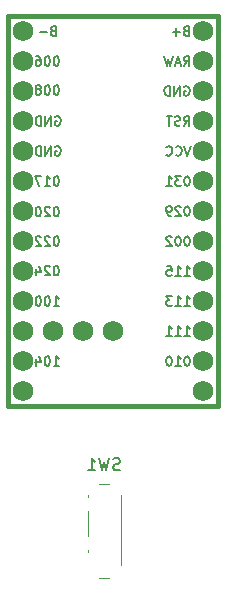
<source format=gbr>
%TF.GenerationSoftware,KiCad,Pcbnew,(6.0.4)*%
%TF.CreationDate,2022-05-05T20:27:36+02:00*%
%TF.ProjectId,Diom-34SP_PCB,44696f6d-2d33-4345-9350-5f5043422e6b,rev?*%
%TF.SameCoordinates,Original*%
%TF.FileFunction,Legend,Bot*%
%TF.FilePolarity,Positive*%
%FSLAX46Y46*%
G04 Gerber Fmt 4.6, Leading zero omitted, Abs format (unit mm)*
G04 Created by KiCad (PCBNEW (6.0.4)) date 2022-05-05 20:27:36*
%MOMM*%
%LPD*%
G01*
G04 APERTURE LIST*
%ADD10C,0.150000*%
%ADD11C,0.381000*%
%ADD12C,0.120000*%
%ADD13C,1.752600*%
G04 APERTURE END LIST*
D10*
%TO.C,U1*%
X193318355Y-69817404D02*
X193775498Y-69817404D01*
X193546926Y-69817404D02*
X193546926Y-69017404D01*
X193623117Y-69131690D01*
X193699307Y-69207880D01*
X193775498Y-69245976D01*
X192556450Y-69817404D02*
X193013593Y-69817404D01*
X192785022Y-69817404D02*
X192785022Y-69017404D01*
X192861212Y-69131690D01*
X192937402Y-69207880D01*
X193013593Y-69245976D01*
X192289783Y-69017404D02*
X191794545Y-69017404D01*
X192061212Y-69322166D01*
X191946926Y-69322166D01*
X191870736Y-69360261D01*
X191832641Y-69398357D01*
X191794545Y-69474547D01*
X191794545Y-69665023D01*
X191832641Y-69741214D01*
X191870736Y-69779309D01*
X191946926Y-69817404D01*
X192175498Y-69817404D01*
X192251688Y-69779309D01*
X192289783Y-69741214D01*
X182396354Y-53815500D02*
X182472545Y-53777404D01*
X182586831Y-53777404D01*
X182701116Y-53815500D01*
X182777307Y-53891690D01*
X182815402Y-53967880D01*
X182853497Y-54120261D01*
X182853497Y-54234547D01*
X182815402Y-54386928D01*
X182777307Y-54463119D01*
X182701116Y-54539309D01*
X182586831Y-54577404D01*
X182510640Y-54577404D01*
X182396354Y-54539309D01*
X182358259Y-54501214D01*
X182358259Y-54234547D01*
X182510640Y-54234547D01*
X182015402Y-54577404D02*
X182015402Y-53777404D01*
X181558259Y-54577404D01*
X181558259Y-53777404D01*
X181177307Y-54577404D02*
X181177307Y-53777404D01*
X180986831Y-53777404D01*
X180872545Y-53815500D01*
X180796354Y-53891690D01*
X180758259Y-53967880D01*
X180720164Y-54120261D01*
X180720164Y-54234547D01*
X180758259Y-54386928D01*
X180796354Y-54463119D01*
X180872545Y-54539309D01*
X180986831Y-54577404D01*
X181177307Y-54577404D01*
X182510641Y-48697404D02*
X182434450Y-48697404D01*
X182358260Y-48735500D01*
X182320164Y-48773595D01*
X182282069Y-48849785D01*
X182243974Y-49002166D01*
X182243974Y-49192642D01*
X182282069Y-49345023D01*
X182320164Y-49421214D01*
X182358260Y-49459309D01*
X182434450Y-49497404D01*
X182510641Y-49497404D01*
X182586831Y-49459309D01*
X182624926Y-49421214D01*
X182663021Y-49345023D01*
X182701117Y-49192642D01*
X182701117Y-49002166D01*
X182663021Y-48849785D01*
X182624926Y-48773595D01*
X182586831Y-48735500D01*
X182510641Y-48697404D01*
X181748736Y-48697404D02*
X181672545Y-48697404D01*
X181596355Y-48735500D01*
X181558260Y-48773595D01*
X181520164Y-48849785D01*
X181482069Y-49002166D01*
X181482069Y-49192642D01*
X181520164Y-49345023D01*
X181558260Y-49421214D01*
X181596355Y-49459309D01*
X181672545Y-49497404D01*
X181748736Y-49497404D01*
X181824926Y-49459309D01*
X181863021Y-49421214D01*
X181901117Y-49345023D01*
X181939212Y-49192642D01*
X181939212Y-49002166D01*
X181901117Y-48849785D01*
X181863021Y-48773595D01*
X181824926Y-48735500D01*
X181748736Y-48697404D01*
X180796355Y-48697404D02*
X180948736Y-48697404D01*
X181024926Y-48735500D01*
X181063021Y-48773595D01*
X181139212Y-48887880D01*
X181177307Y-49040261D01*
X181177307Y-49345023D01*
X181139212Y-49421214D01*
X181101117Y-49459309D01*
X181024926Y-49497404D01*
X180872545Y-49497404D01*
X180796355Y-49459309D01*
X180758260Y-49421214D01*
X180720164Y-49345023D01*
X180720164Y-49154547D01*
X180758260Y-49078357D01*
X180796355Y-49040261D01*
X180872545Y-49002166D01*
X181024926Y-49002166D01*
X181101117Y-49040261D01*
X181139212Y-49078357D01*
X181177307Y-49154547D01*
X193318355Y-67277404D02*
X193775498Y-67277404D01*
X193546926Y-67277404D02*
X193546926Y-66477404D01*
X193623117Y-66591690D01*
X193699307Y-66667880D01*
X193775498Y-66705976D01*
X192556450Y-67277404D02*
X193013593Y-67277404D01*
X192785022Y-67277404D02*
X192785022Y-66477404D01*
X192861212Y-66591690D01*
X192937402Y-66667880D01*
X193013593Y-66705976D01*
X191832641Y-66477404D02*
X192213593Y-66477404D01*
X192251688Y-66858357D01*
X192213593Y-66820261D01*
X192137402Y-66782166D01*
X191946926Y-66782166D01*
X191870736Y-66820261D01*
X191832641Y-66858357D01*
X191794545Y-66934547D01*
X191794545Y-67125023D01*
X191832641Y-67201214D01*
X191870736Y-67239309D01*
X191946926Y-67277404D01*
X192137402Y-67277404D01*
X192213593Y-67239309D01*
X192251688Y-67201214D01*
X193585022Y-58857404D02*
X193508831Y-58857404D01*
X193432641Y-58895500D01*
X193394545Y-58933595D01*
X193356450Y-59009785D01*
X193318355Y-59162166D01*
X193318355Y-59352642D01*
X193356450Y-59505023D01*
X193394545Y-59581214D01*
X193432641Y-59619309D01*
X193508831Y-59657404D01*
X193585022Y-59657404D01*
X193661212Y-59619309D01*
X193699307Y-59581214D01*
X193737402Y-59505023D01*
X193775498Y-59352642D01*
X193775498Y-59162166D01*
X193737402Y-59009785D01*
X193699307Y-58933595D01*
X193661212Y-58895500D01*
X193585022Y-58857404D01*
X193051688Y-58857404D02*
X192556450Y-58857404D01*
X192823117Y-59162166D01*
X192708831Y-59162166D01*
X192632641Y-59200261D01*
X192594545Y-59238357D01*
X192556450Y-59314547D01*
X192556450Y-59505023D01*
X192594545Y-59581214D01*
X192632641Y-59619309D01*
X192708831Y-59657404D01*
X192937402Y-59657404D01*
X193013593Y-59619309D01*
X193051688Y-59581214D01*
X191794545Y-59657404D02*
X192251688Y-59657404D01*
X192023117Y-59657404D02*
X192023117Y-58857404D01*
X192099307Y-58971690D01*
X192175498Y-59047880D01*
X192251688Y-59085976D01*
X193464403Y-46538357D02*
X193350117Y-46576452D01*
X193312022Y-46614547D01*
X193273927Y-46690738D01*
X193273927Y-46805023D01*
X193312022Y-46881214D01*
X193350117Y-46919309D01*
X193426308Y-46957404D01*
X193731069Y-46957404D01*
X193731069Y-46157404D01*
X193464403Y-46157404D01*
X193388212Y-46195500D01*
X193350117Y-46233595D01*
X193312022Y-46309785D01*
X193312022Y-46385976D01*
X193350117Y-46462166D01*
X193388212Y-46500261D01*
X193464403Y-46538357D01*
X193731069Y-46538357D01*
X192931069Y-46652642D02*
X192321546Y-46652642D01*
X192626308Y-46957404D02*
X192626308Y-46347880D01*
X182510641Y-58857404D02*
X182434450Y-58857404D01*
X182358260Y-58895500D01*
X182320164Y-58933595D01*
X182282069Y-59009785D01*
X182243974Y-59162166D01*
X182243974Y-59352642D01*
X182282069Y-59505023D01*
X182320164Y-59581214D01*
X182358260Y-59619309D01*
X182434450Y-59657404D01*
X182510641Y-59657404D01*
X182586831Y-59619309D01*
X182624926Y-59581214D01*
X182663021Y-59505023D01*
X182701117Y-59352642D01*
X182701117Y-59162166D01*
X182663021Y-59009785D01*
X182624926Y-58933595D01*
X182586831Y-58895500D01*
X182510641Y-58857404D01*
X181482069Y-59657404D02*
X181939212Y-59657404D01*
X181710641Y-59657404D02*
X181710641Y-58857404D01*
X181786831Y-58971690D01*
X181863021Y-59047880D01*
X181939212Y-59085976D01*
X181215402Y-58857404D02*
X180682069Y-58857404D01*
X181024926Y-59657404D01*
X193585022Y-63937404D02*
X193508831Y-63937404D01*
X193432641Y-63975500D01*
X193394545Y-64013595D01*
X193356450Y-64089785D01*
X193318355Y-64242166D01*
X193318355Y-64432642D01*
X193356450Y-64585023D01*
X193394545Y-64661214D01*
X193432641Y-64699309D01*
X193508831Y-64737404D01*
X193585022Y-64737404D01*
X193661212Y-64699309D01*
X193699307Y-64661214D01*
X193737402Y-64585023D01*
X193775498Y-64432642D01*
X193775498Y-64242166D01*
X193737402Y-64089785D01*
X193699307Y-64013595D01*
X193661212Y-63975500D01*
X193585022Y-63937404D01*
X192823117Y-63937404D02*
X192746926Y-63937404D01*
X192670736Y-63975500D01*
X192632641Y-64013595D01*
X192594545Y-64089785D01*
X192556450Y-64242166D01*
X192556450Y-64432642D01*
X192594545Y-64585023D01*
X192632641Y-64661214D01*
X192670736Y-64699309D01*
X192746926Y-64737404D01*
X192823117Y-64737404D01*
X192899307Y-64699309D01*
X192937402Y-64661214D01*
X192975498Y-64585023D01*
X193013593Y-64432642D01*
X193013593Y-64242166D01*
X192975498Y-64089785D01*
X192937402Y-64013595D01*
X192899307Y-63975500D01*
X192823117Y-63937404D01*
X192251688Y-64013595D02*
X192213593Y-63975500D01*
X192137402Y-63937404D01*
X191946926Y-63937404D01*
X191870736Y-63975500D01*
X191832641Y-64013595D01*
X191794545Y-64089785D01*
X191794545Y-64165976D01*
X191832641Y-64280261D01*
X192289783Y-64737404D01*
X191794545Y-64737404D01*
X182510641Y-63967404D02*
X182434450Y-63967404D01*
X182358260Y-64005500D01*
X182320164Y-64043595D01*
X182282069Y-64119785D01*
X182243974Y-64272166D01*
X182243974Y-64462642D01*
X182282069Y-64615023D01*
X182320164Y-64691214D01*
X182358260Y-64729309D01*
X182434450Y-64767404D01*
X182510641Y-64767404D01*
X182586831Y-64729309D01*
X182624926Y-64691214D01*
X182663021Y-64615023D01*
X182701117Y-64462642D01*
X182701117Y-64272166D01*
X182663021Y-64119785D01*
X182624926Y-64043595D01*
X182586831Y-64005500D01*
X182510641Y-63967404D01*
X181939212Y-64043595D02*
X181901117Y-64005500D01*
X181824926Y-63967404D01*
X181634450Y-63967404D01*
X181558260Y-64005500D01*
X181520164Y-64043595D01*
X181482069Y-64119785D01*
X181482069Y-64195976D01*
X181520164Y-64310261D01*
X181977307Y-64767404D01*
X181482069Y-64767404D01*
X181177307Y-64043595D02*
X181139212Y-64005500D01*
X181063021Y-63967404D01*
X180872545Y-63967404D01*
X180796355Y-64005500D01*
X180758260Y-64043595D01*
X180720164Y-64119785D01*
X180720164Y-64195976D01*
X180758260Y-64310261D01*
X181215402Y-64767404D01*
X180720164Y-64767404D01*
X193318355Y-72357404D02*
X193775498Y-72357404D01*
X193546926Y-72357404D02*
X193546926Y-71557404D01*
X193623117Y-71671690D01*
X193699307Y-71747880D01*
X193775498Y-71785976D01*
X192556450Y-72357404D02*
X193013593Y-72357404D01*
X192785022Y-72357404D02*
X192785022Y-71557404D01*
X192861212Y-71671690D01*
X192937402Y-71747880D01*
X193013593Y-71785976D01*
X191794545Y-72357404D02*
X192251688Y-72357404D01*
X192023117Y-72357404D02*
X192023117Y-71557404D01*
X192099307Y-71671690D01*
X192175498Y-71747880D01*
X192251688Y-71785976D01*
X182510641Y-61467404D02*
X182434450Y-61467404D01*
X182358260Y-61505500D01*
X182320164Y-61543595D01*
X182282069Y-61619785D01*
X182243974Y-61772166D01*
X182243974Y-61962642D01*
X182282069Y-62115023D01*
X182320164Y-62191214D01*
X182358260Y-62229309D01*
X182434450Y-62267404D01*
X182510641Y-62267404D01*
X182586831Y-62229309D01*
X182624926Y-62191214D01*
X182663021Y-62115023D01*
X182701117Y-61962642D01*
X182701117Y-61772166D01*
X182663021Y-61619785D01*
X182624926Y-61543595D01*
X182586831Y-61505500D01*
X182510641Y-61467404D01*
X181939212Y-61543595D02*
X181901117Y-61505500D01*
X181824926Y-61467404D01*
X181634450Y-61467404D01*
X181558260Y-61505500D01*
X181520164Y-61543595D01*
X181482069Y-61619785D01*
X181482069Y-61695976D01*
X181520164Y-61810261D01*
X181977307Y-62267404D01*
X181482069Y-62267404D01*
X180986831Y-61467404D02*
X180910641Y-61467404D01*
X180834450Y-61505500D01*
X180796355Y-61543595D01*
X180758260Y-61619785D01*
X180720164Y-61772166D01*
X180720164Y-61962642D01*
X180758260Y-62115023D01*
X180796355Y-62191214D01*
X180834450Y-62229309D01*
X180910641Y-62267404D01*
X180986831Y-62267404D01*
X181063021Y-62229309D01*
X181101117Y-62191214D01*
X181139212Y-62115023D01*
X181177307Y-61962642D01*
X181177307Y-61772166D01*
X181139212Y-61619785D01*
X181101117Y-61543595D01*
X181063021Y-61505500D01*
X180986831Y-61467404D01*
X182396354Y-56355500D02*
X182472545Y-56317404D01*
X182586831Y-56317404D01*
X182701116Y-56355500D01*
X182777307Y-56431690D01*
X182815402Y-56507880D01*
X182853497Y-56660261D01*
X182853497Y-56774547D01*
X182815402Y-56926928D01*
X182777307Y-57003119D01*
X182701116Y-57079309D01*
X182586831Y-57117404D01*
X182510640Y-57117404D01*
X182396354Y-57079309D01*
X182358259Y-57041214D01*
X182358259Y-56774547D01*
X182510640Y-56774547D01*
X182015402Y-57117404D02*
X182015402Y-56317404D01*
X181558259Y-57117404D01*
X181558259Y-56317404D01*
X181177307Y-57117404D02*
X181177307Y-56317404D01*
X180986831Y-56317404D01*
X180872545Y-56355500D01*
X180796354Y-56431690D01*
X180758259Y-56507880D01*
X180720164Y-56660261D01*
X180720164Y-56774547D01*
X180758259Y-56926928D01*
X180796354Y-57003119D01*
X180872545Y-57079309D01*
X180986831Y-57117404D01*
X181177307Y-57117404D01*
X193312021Y-51275500D02*
X193388212Y-51237404D01*
X193502498Y-51237404D01*
X193616783Y-51275500D01*
X193692974Y-51351690D01*
X193731069Y-51427880D01*
X193769164Y-51580261D01*
X193769164Y-51694547D01*
X193731069Y-51846928D01*
X193692974Y-51923119D01*
X193616783Y-51999309D01*
X193502498Y-52037404D01*
X193426307Y-52037404D01*
X193312021Y-51999309D01*
X193273926Y-51961214D01*
X193273926Y-51694547D01*
X193426307Y-51694547D01*
X192931069Y-52037404D02*
X192931069Y-51237404D01*
X192473926Y-52037404D01*
X192473926Y-51237404D01*
X192092974Y-52037404D02*
X192092974Y-51237404D01*
X191902498Y-51237404D01*
X191788212Y-51275500D01*
X191712021Y-51351690D01*
X191673926Y-51427880D01*
X191635831Y-51580261D01*
X191635831Y-51694547D01*
X191673926Y-51846928D01*
X191712021Y-51923119D01*
X191788212Y-51999309D01*
X191902498Y-52037404D01*
X192092974Y-52037404D01*
X193585022Y-74097404D02*
X193508831Y-74097404D01*
X193432641Y-74135500D01*
X193394545Y-74173595D01*
X193356450Y-74249785D01*
X193318355Y-74402166D01*
X193318355Y-74592642D01*
X193356450Y-74745023D01*
X193394545Y-74821214D01*
X193432641Y-74859309D01*
X193508831Y-74897404D01*
X193585022Y-74897404D01*
X193661212Y-74859309D01*
X193699307Y-74821214D01*
X193737402Y-74745023D01*
X193775498Y-74592642D01*
X193775498Y-74402166D01*
X193737402Y-74249785D01*
X193699307Y-74173595D01*
X193661212Y-74135500D01*
X193585022Y-74097404D01*
X192556450Y-74897404D02*
X193013593Y-74897404D01*
X192785022Y-74897404D02*
X192785022Y-74097404D01*
X192861212Y-74211690D01*
X192937402Y-74287880D01*
X193013593Y-74325976D01*
X192061212Y-74097404D02*
X191985022Y-74097404D01*
X191908831Y-74135500D01*
X191870736Y-74173595D01*
X191832641Y-74249785D01*
X191794545Y-74402166D01*
X191794545Y-74592642D01*
X191832641Y-74745023D01*
X191870736Y-74821214D01*
X191908831Y-74859309D01*
X191985022Y-74897404D01*
X192061212Y-74897404D01*
X192137402Y-74859309D01*
X192175498Y-74821214D01*
X192213593Y-74745023D01*
X192251688Y-74592642D01*
X192251688Y-74402166D01*
X192213593Y-74249785D01*
X192175498Y-74173595D01*
X192137402Y-74135500D01*
X192061212Y-74097404D01*
X182243974Y-74897404D02*
X182701117Y-74897404D01*
X182472545Y-74897404D02*
X182472545Y-74097404D01*
X182548736Y-74211690D01*
X182624926Y-74287880D01*
X182701117Y-74325976D01*
X181748736Y-74097404D02*
X181672545Y-74097404D01*
X181596355Y-74135500D01*
X181558260Y-74173595D01*
X181520164Y-74249785D01*
X181482069Y-74402166D01*
X181482069Y-74592642D01*
X181520164Y-74745023D01*
X181558260Y-74821214D01*
X181596355Y-74859309D01*
X181672545Y-74897404D01*
X181748736Y-74897404D01*
X181824926Y-74859309D01*
X181863021Y-74821214D01*
X181901117Y-74745023D01*
X181939212Y-74592642D01*
X181939212Y-74402166D01*
X181901117Y-74249785D01*
X181863021Y-74173595D01*
X181824926Y-74135500D01*
X181748736Y-74097404D01*
X180796355Y-74364071D02*
X180796355Y-74897404D01*
X180986831Y-74059309D02*
X181177307Y-74630738D01*
X180682069Y-74630738D01*
X193273926Y-49497404D02*
X193540593Y-49116452D01*
X193731069Y-49497404D02*
X193731069Y-48697404D01*
X193426307Y-48697404D01*
X193350117Y-48735500D01*
X193312022Y-48773595D01*
X193273926Y-48849785D01*
X193273926Y-48964071D01*
X193312022Y-49040261D01*
X193350117Y-49078357D01*
X193426307Y-49116452D01*
X193731069Y-49116452D01*
X192969165Y-49268833D02*
X192588212Y-49268833D01*
X193045355Y-49497404D02*
X192778688Y-48697404D01*
X192512022Y-49497404D01*
X192321546Y-48697404D02*
X192131069Y-49497404D01*
X191978688Y-48925976D01*
X191826307Y-49497404D01*
X191635831Y-48697404D01*
X193851688Y-56317404D02*
X193585022Y-57117404D01*
X193318355Y-56317404D01*
X192594545Y-57041214D02*
X192632641Y-57079309D01*
X192746926Y-57117404D01*
X192823117Y-57117404D01*
X192937402Y-57079309D01*
X193013593Y-57003119D01*
X193051688Y-56926928D01*
X193089783Y-56774547D01*
X193089783Y-56660261D01*
X193051688Y-56507880D01*
X193013593Y-56431690D01*
X192937402Y-56355500D01*
X192823117Y-56317404D01*
X192746926Y-56317404D01*
X192632641Y-56355500D01*
X192594545Y-56393595D01*
X191794545Y-57041214D02*
X191832641Y-57079309D01*
X191946926Y-57117404D01*
X192023117Y-57117404D01*
X192137402Y-57079309D01*
X192213593Y-57003119D01*
X192251688Y-56926928D01*
X192289783Y-56774547D01*
X192289783Y-56660261D01*
X192251688Y-56507880D01*
X192213593Y-56431690D01*
X192137402Y-56355500D01*
X192023117Y-56317404D01*
X191946926Y-56317404D01*
X191832641Y-56355500D01*
X191794545Y-56393595D01*
X182510641Y-51167404D02*
X182434450Y-51167404D01*
X182358260Y-51205500D01*
X182320164Y-51243595D01*
X182282069Y-51319785D01*
X182243974Y-51472166D01*
X182243974Y-51662642D01*
X182282069Y-51815023D01*
X182320164Y-51891214D01*
X182358260Y-51929309D01*
X182434450Y-51967404D01*
X182510641Y-51967404D01*
X182586831Y-51929309D01*
X182624926Y-51891214D01*
X182663021Y-51815023D01*
X182701117Y-51662642D01*
X182701117Y-51472166D01*
X182663021Y-51319785D01*
X182624926Y-51243595D01*
X182586831Y-51205500D01*
X182510641Y-51167404D01*
X181748736Y-51167404D02*
X181672545Y-51167404D01*
X181596355Y-51205500D01*
X181558260Y-51243595D01*
X181520164Y-51319785D01*
X181482069Y-51472166D01*
X181482069Y-51662642D01*
X181520164Y-51815023D01*
X181558260Y-51891214D01*
X181596355Y-51929309D01*
X181672545Y-51967404D01*
X181748736Y-51967404D01*
X181824926Y-51929309D01*
X181863021Y-51891214D01*
X181901117Y-51815023D01*
X181939212Y-51662642D01*
X181939212Y-51472166D01*
X181901117Y-51319785D01*
X181863021Y-51243595D01*
X181824926Y-51205500D01*
X181748736Y-51167404D01*
X181024926Y-51510261D02*
X181101117Y-51472166D01*
X181139212Y-51434071D01*
X181177307Y-51357880D01*
X181177307Y-51319785D01*
X181139212Y-51243595D01*
X181101117Y-51205500D01*
X181024926Y-51167404D01*
X180872545Y-51167404D01*
X180796355Y-51205500D01*
X180758260Y-51243595D01*
X180720164Y-51319785D01*
X180720164Y-51357880D01*
X180758260Y-51434071D01*
X180796355Y-51472166D01*
X180872545Y-51510261D01*
X181024926Y-51510261D01*
X181101117Y-51548357D01*
X181139212Y-51586452D01*
X181177307Y-51662642D01*
X181177307Y-51815023D01*
X181139212Y-51891214D01*
X181101117Y-51929309D01*
X181024926Y-51967404D01*
X180872545Y-51967404D01*
X180796355Y-51929309D01*
X180758260Y-51891214D01*
X180720164Y-51815023D01*
X180720164Y-51662642D01*
X180758260Y-51586452D01*
X180796355Y-51548357D01*
X180872545Y-51510261D01*
X193273926Y-54577404D02*
X193540592Y-54196452D01*
X193731069Y-54577404D02*
X193731069Y-53777404D01*
X193426307Y-53777404D01*
X193350116Y-53815500D01*
X193312021Y-53853595D01*
X193273926Y-53929785D01*
X193273926Y-54044071D01*
X193312021Y-54120261D01*
X193350116Y-54158357D01*
X193426307Y-54196452D01*
X193731069Y-54196452D01*
X192969164Y-54539309D02*
X192854878Y-54577404D01*
X192664402Y-54577404D01*
X192588211Y-54539309D01*
X192550116Y-54501214D01*
X192512021Y-54425023D01*
X192512021Y-54348833D01*
X192550116Y-54272642D01*
X192588211Y-54234547D01*
X192664402Y-54196452D01*
X192816783Y-54158357D01*
X192892973Y-54120261D01*
X192931069Y-54082166D01*
X192969164Y-54005976D01*
X192969164Y-53929785D01*
X192931069Y-53853595D01*
X192892973Y-53815500D01*
X192816783Y-53777404D01*
X192626307Y-53777404D01*
X192512021Y-53815500D01*
X192283450Y-53777404D02*
X191826307Y-53777404D01*
X192054878Y-54577404D02*
X192054878Y-53777404D01*
X182510641Y-66467404D02*
X182434450Y-66467404D01*
X182358260Y-66505500D01*
X182320164Y-66543595D01*
X182282069Y-66619785D01*
X182243974Y-66772166D01*
X182243974Y-66962642D01*
X182282069Y-67115023D01*
X182320164Y-67191214D01*
X182358260Y-67229309D01*
X182434450Y-67267404D01*
X182510641Y-67267404D01*
X182586831Y-67229309D01*
X182624926Y-67191214D01*
X182663021Y-67115023D01*
X182701117Y-66962642D01*
X182701117Y-66772166D01*
X182663021Y-66619785D01*
X182624926Y-66543595D01*
X182586831Y-66505500D01*
X182510641Y-66467404D01*
X181939212Y-66543595D02*
X181901117Y-66505500D01*
X181824926Y-66467404D01*
X181634450Y-66467404D01*
X181558260Y-66505500D01*
X181520164Y-66543595D01*
X181482069Y-66619785D01*
X181482069Y-66695976D01*
X181520164Y-66810261D01*
X181977307Y-67267404D01*
X181482069Y-67267404D01*
X180796355Y-66734071D02*
X180796355Y-67267404D01*
X180986831Y-66429309D02*
X181177307Y-67000738D01*
X180682069Y-67000738D01*
X182243974Y-69817404D02*
X182701117Y-69817404D01*
X182472545Y-69817404D02*
X182472545Y-69017404D01*
X182548736Y-69131690D01*
X182624926Y-69207880D01*
X182701117Y-69245976D01*
X181748736Y-69017404D02*
X181672545Y-69017404D01*
X181596355Y-69055500D01*
X181558260Y-69093595D01*
X181520164Y-69169785D01*
X181482069Y-69322166D01*
X181482069Y-69512642D01*
X181520164Y-69665023D01*
X181558260Y-69741214D01*
X181596355Y-69779309D01*
X181672545Y-69817404D01*
X181748736Y-69817404D01*
X181824926Y-69779309D01*
X181863021Y-69741214D01*
X181901117Y-69665023D01*
X181939212Y-69512642D01*
X181939212Y-69322166D01*
X181901117Y-69169785D01*
X181863021Y-69093595D01*
X181824926Y-69055500D01*
X181748736Y-69017404D01*
X180986831Y-69017404D02*
X180910641Y-69017404D01*
X180834450Y-69055500D01*
X180796355Y-69093595D01*
X180758260Y-69169785D01*
X180720164Y-69322166D01*
X180720164Y-69512642D01*
X180758260Y-69665023D01*
X180796355Y-69741214D01*
X180834450Y-69779309D01*
X180910641Y-69817404D01*
X180986831Y-69817404D01*
X181063021Y-69779309D01*
X181101117Y-69741214D01*
X181139212Y-69665023D01*
X181177307Y-69512642D01*
X181177307Y-69322166D01*
X181139212Y-69169785D01*
X181101117Y-69093595D01*
X181063021Y-69055500D01*
X180986831Y-69017404D01*
X193585022Y-61397404D02*
X193508831Y-61397404D01*
X193432641Y-61435500D01*
X193394545Y-61473595D01*
X193356450Y-61549785D01*
X193318355Y-61702166D01*
X193318355Y-61892642D01*
X193356450Y-62045023D01*
X193394545Y-62121214D01*
X193432641Y-62159309D01*
X193508831Y-62197404D01*
X193585022Y-62197404D01*
X193661212Y-62159309D01*
X193699307Y-62121214D01*
X193737402Y-62045023D01*
X193775498Y-61892642D01*
X193775498Y-61702166D01*
X193737402Y-61549785D01*
X193699307Y-61473595D01*
X193661212Y-61435500D01*
X193585022Y-61397404D01*
X193013593Y-61473595D02*
X192975498Y-61435500D01*
X192899307Y-61397404D01*
X192708831Y-61397404D01*
X192632641Y-61435500D01*
X192594545Y-61473595D01*
X192556450Y-61549785D01*
X192556450Y-61625976D01*
X192594545Y-61740261D01*
X193051688Y-62197404D01*
X192556450Y-62197404D01*
X192175498Y-62197404D02*
X192023117Y-62197404D01*
X191946926Y-62159309D01*
X191908831Y-62121214D01*
X191832641Y-62006928D01*
X191794545Y-61854547D01*
X191794545Y-61549785D01*
X191832641Y-61473595D01*
X191870736Y-61435500D01*
X191946926Y-61397404D01*
X192099307Y-61397404D01*
X192175498Y-61435500D01*
X192213593Y-61473595D01*
X192251688Y-61549785D01*
X192251688Y-61740261D01*
X192213593Y-61816452D01*
X192175498Y-61854547D01*
X192099307Y-61892642D01*
X191946926Y-61892642D01*
X191870736Y-61854547D01*
X191832641Y-61816452D01*
X191794545Y-61740261D01*
X182224926Y-46538357D02*
X182110640Y-46576452D01*
X182072545Y-46614547D01*
X182034450Y-46690738D01*
X182034450Y-46805023D01*
X182072545Y-46881214D01*
X182110640Y-46919309D01*
X182186831Y-46957404D01*
X182491592Y-46957404D01*
X182491592Y-46157404D01*
X182224926Y-46157404D01*
X182148735Y-46195500D01*
X182110640Y-46233595D01*
X182072545Y-46309785D01*
X182072545Y-46385976D01*
X182110640Y-46462166D01*
X182148735Y-46500261D01*
X182224926Y-46538357D01*
X182491592Y-46538357D01*
X181691592Y-46652642D02*
X181082069Y-46652642D01*
%TO.C,SW1*%
X187864583Y-83704761D02*
X187721726Y-83752380D01*
X187483630Y-83752380D01*
X187388392Y-83704761D01*
X187340773Y-83657142D01*
X187293154Y-83561904D01*
X187293154Y-83466666D01*
X187340773Y-83371428D01*
X187388392Y-83323809D01*
X187483630Y-83276190D01*
X187674107Y-83228571D01*
X187769345Y-83180952D01*
X187816964Y-83133333D01*
X187864583Y-83038095D01*
X187864583Y-82942857D01*
X187816964Y-82847619D01*
X187769345Y-82800000D01*
X187674107Y-82752380D01*
X187436011Y-82752380D01*
X187293154Y-82800000D01*
X186959821Y-82752380D02*
X186721726Y-83752380D01*
X186531250Y-83038095D01*
X186340773Y-83752380D01*
X186102678Y-82752380D01*
X185197916Y-83752380D02*
X185769345Y-83752380D01*
X185483630Y-83752380D02*
X185483630Y-82752380D01*
X185578869Y-82895238D01*
X185674107Y-82990476D01*
X185769345Y-83038095D01*
D11*
%TO.C,U1*%
X178357831Y-78345500D02*
X196137831Y-78345500D01*
X196137831Y-78345500D02*
X196137831Y-45325500D01*
X196137831Y-45325500D02*
X178357831Y-45325500D01*
X178357831Y-45325500D02*
X178357831Y-78345500D01*
D12*
%TO.C,SW1*%
X185131250Y-90700000D02*
X185131250Y-90500000D01*
X186131250Y-84900000D02*
X186931250Y-84900000D01*
X185131250Y-86000000D02*
X185131250Y-85900000D01*
X186931250Y-92900000D02*
X186131250Y-92900000D01*
X187931250Y-85900000D02*
X187931250Y-91800000D01*
X185131250Y-89300000D02*
X185131250Y-87200000D01*
%TD*%
D13*
%TO.C,U1*%
X179627831Y-49135500D03*
X179627831Y-51675500D03*
X179627831Y-54215500D03*
X179627831Y-56755500D03*
X179627831Y-59295500D03*
X179627831Y-61835500D03*
X179627831Y-64375500D03*
X179627831Y-66915500D03*
X179627831Y-69455500D03*
X179627831Y-71995500D03*
X179627831Y-74535500D03*
X179627831Y-77075500D03*
X194867831Y-77075500D03*
X194867831Y-74535500D03*
X194867831Y-71995500D03*
X194867831Y-69455500D03*
X194867831Y-66915500D03*
X194867831Y-64375500D03*
X194867831Y-61835500D03*
X194867831Y-59295500D03*
X194867831Y-56755500D03*
X194867831Y-54215500D03*
X194867831Y-51675500D03*
X194867831Y-49135500D03*
X179627831Y-46595500D03*
X182167831Y-71995500D03*
X184707831Y-71995500D03*
X187247831Y-71995500D03*
X194867831Y-46595500D03*
%TD*%
M02*

</source>
